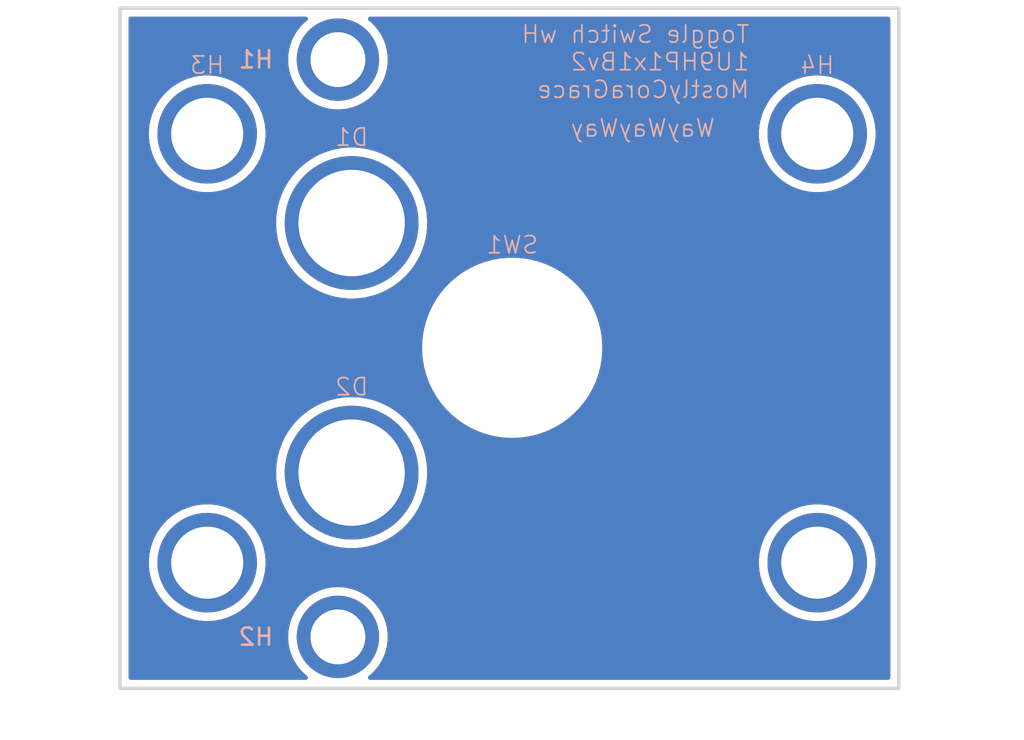
<source format=kicad_pcb>
(kicad_pcb (version 20241229) (generator "pcbnew") (generator_version "9.0")
  (layers (0 "F.Cu" signal) (2 "B.Cu" signal) (13 "F.Paste" user) (15 "B.Paste" user) (5 "F.SilkS" user "F.Silkscreen") (7 "B.SilkS" user "B.Silkscreen") (1 "F.Mask" user) (3 "B.Mask" user) (25 "Edge.Cuts" user))
  (net 0 "")
  (footprint "EXC:MountingHole_3.2mm_M3" (layer "F.Cu") (at 12.7 5.425)
    (property "Reference" "H1" (at -3.683 0 0) (layer "B.SilkS") (effects (justify left mirror)))
    (property "Value" "Eurorack_M3_MountingHole")
    (pad "" thru_hole circle (at 0 0) (size 4.8 4.8) (drill 3.2) (layers "*.Cu" "*.Mask"))
  )
  (footprint "EXC:6mm_Panel_Mount_LED" (layer "F.Cu") (at 13.5 29.5)
    (property "Reference" "D2" (at 0 -5 0) (layer "B.SilkS") (effects (font (thickness 0.1)) (justify mirror)))
    (property "Value" "6mm_Panel_Mount_LED")
    (pad "" thru_hole circle (at 0 0) (size 7.8 7.8) (drill 6.2) (layers "*.Cu" "*.Mask"))
  )
  (footprint "EXC:SW_M6-M6.35_Panel_Mount_Hole" (layer "F.Cu") (at 22.86 22.225)
    (property "Reference" "SW1" (at 0 -6 0) (layer "B.SilkS") (effects (font (thickness 0.1)) (justify mirror)))
    (property "Value" "SW_M6/M6.35_Panel_Mount_Hole")
    (pad "" np_thru_hole circle (at 0 0) (size 10 10) (drill 10) (layers "*.Cu" "*.Mask"))
  )
  (footprint "EXC:6mm_Panel_Mount_LED" (layer "F.Cu") (at 13.5 14.95)
    (property "Reference" "D1" (at 0 -5 0) (layer "B.SilkS") (effects (font (thickness 0.1)) (justify mirror)))
    (property "Value" "6mm_Panel_Mount_LED")
    (pad "" thru_hole circle (at 0 0) (size 7.8 7.8) (drill 6.2) (layers "*.Cu" "*.Mask"))
  )
  (footprint "EXC:MountingHole_3.2mm_M3" (layer "F.Cu") (at 12.7 39.075)
    (property "Reference" "H2" (at -3.683 0 0) (layer "B.SilkS") (effects (justify left mirror)))
    (property "Value" "Eurorack_M3_MountingHole")
    (pad "" thru_hole circle (at 0 0) (size 4.8 4.8) (drill 3.2) (layers "*.Cu" "*.Mask"))
  )
  (footprint "EXC:Handle_1UM3P25_A" (layer "F.Cu") (at 40.64 9.75)
    (property "Reference" "H4" (at 0 -4 0) (layer "B.SilkS") (effects (font (thickness 0.1)) (justify mirror)))
    (property "Value" "Handle_1UM3P25_PanelMount_A")
    (pad "" thru_hole circle (at 0 0) (size 5.8 5.8) (drill 4.2) (layers "*.Cu" "*.Mask"))
    (pad "" thru_hole circle (at 0 25) (size 5.8 5.8) (drill 4.2) (layers "*.Cu" "*.Mask"))
  )
  (footprint "EXC:Handle_1UM3P25_A" (layer "F.Cu") (at 5.08 9.75)
    (property "Reference" "H3" (at 0 -4 0) (layer "B.SilkS") (effects (font (thickness 0.1)) (justify mirror)))
    (property "Value" "Handle_1UM3P25_PanelMount_A")
    (pad "" thru_hole circle (at 0 0) (size 5.8 5.8) (drill 4.2) (layers "*.Cu" "*.Mask"))
    (pad "" thru_hole circle (at 0 25) (size 5.8 5.8) (drill 4.2) (layers "*.Cu" "*.Mask"))
  )
  (gr_rect (start 0 2.425) (end 45.4 42.075) (stroke (width 0.2)) (fill no) (layer "Edge.Cuts"))
  (gr_text "WayWayWay" (at 34.75 10 0) (layer "B.SilkS") (effects (font (size 1 1) (thickness 0.1)) (justify left bottom mirror)))
  (gr_text "Toggle Switch wH\n1U9HP1x1Bv2\nMostlyCoraGrace" (at 36.75 7.75 0) (layer "B.SilkS") (effects (font (size 1 1) (thickness 0.1)) (justify left bottom mirror)))
  (zone (net 0) (net_name "") (layers "F.Cu" "B.Cu") (connect_pads (clearance 0.5)) (min_thickness 0.25) (fill yes (thermal_gap 0.5) (thermal_bridge_width 0.5) (island_removal_mode 1) (island_area_min 10))
    (polygon (pts (xy 0 2.425) (xy 45.4 2.425) (xy 45.4 42.075) (xy 0 42.075)))
  )
)
</source>
